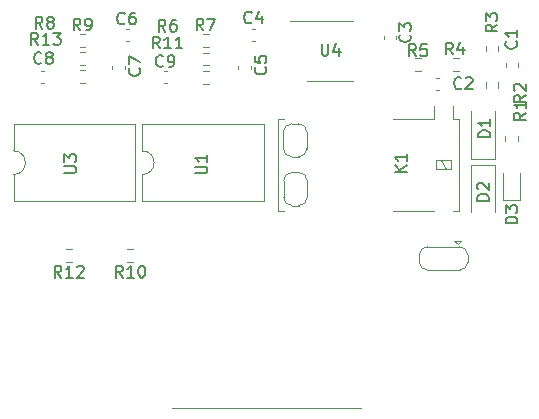
<source format=gbr>
%TF.GenerationSoftware,KiCad,Pcbnew,7.0.7*%
%TF.CreationDate,2023-12-05T14:15:23+03:00*%
%TF.ProjectId,InterceptRelay,496e7465-7263-4657-9074-52656c61792e,rev?*%
%TF.SameCoordinates,Original*%
%TF.FileFunction,Legend,Top*%
%TF.FilePolarity,Positive*%
%FSLAX46Y46*%
G04 Gerber Fmt 4.6, Leading zero omitted, Abs format (unit mm)*
G04 Created by KiCad (PCBNEW 7.0.7) date 2023-12-05 14:15:23*
%MOMM*%
%LPD*%
G01*
G04 APERTURE LIST*
%ADD10C,0.150000*%
%ADD11C,0.100000*%
%ADD12C,0.120000*%
G04 APERTURE END LIST*
D10*
X82891333Y-52524819D02*
X82558000Y-52048628D01*
X82319905Y-52524819D02*
X82319905Y-51524819D01*
X82319905Y-51524819D02*
X82700857Y-51524819D01*
X82700857Y-51524819D02*
X82796095Y-51572438D01*
X82796095Y-51572438D02*
X82843714Y-51620057D01*
X82843714Y-51620057D02*
X82891333Y-51715295D01*
X82891333Y-51715295D02*
X82891333Y-51858152D01*
X82891333Y-51858152D02*
X82843714Y-51953390D01*
X82843714Y-51953390D02*
X82796095Y-52001009D01*
X82796095Y-52001009D02*
X82700857Y-52048628D01*
X82700857Y-52048628D02*
X82319905Y-52048628D01*
X83462762Y-51953390D02*
X83367524Y-51905771D01*
X83367524Y-51905771D02*
X83319905Y-51858152D01*
X83319905Y-51858152D02*
X83272286Y-51762914D01*
X83272286Y-51762914D02*
X83272286Y-51715295D01*
X83272286Y-51715295D02*
X83319905Y-51620057D01*
X83319905Y-51620057D02*
X83367524Y-51572438D01*
X83367524Y-51572438D02*
X83462762Y-51524819D01*
X83462762Y-51524819D02*
X83653238Y-51524819D01*
X83653238Y-51524819D02*
X83748476Y-51572438D01*
X83748476Y-51572438D02*
X83796095Y-51620057D01*
X83796095Y-51620057D02*
X83843714Y-51715295D01*
X83843714Y-51715295D02*
X83843714Y-51762914D01*
X83843714Y-51762914D02*
X83796095Y-51858152D01*
X83796095Y-51858152D02*
X83748476Y-51905771D01*
X83748476Y-51905771D02*
X83653238Y-51953390D01*
X83653238Y-51953390D02*
X83462762Y-51953390D01*
X83462762Y-51953390D02*
X83367524Y-52001009D01*
X83367524Y-52001009D02*
X83319905Y-52048628D01*
X83319905Y-52048628D02*
X83272286Y-52143866D01*
X83272286Y-52143866D02*
X83272286Y-52334342D01*
X83272286Y-52334342D02*
X83319905Y-52429580D01*
X83319905Y-52429580D02*
X83367524Y-52477200D01*
X83367524Y-52477200D02*
X83462762Y-52524819D01*
X83462762Y-52524819D02*
X83653238Y-52524819D01*
X83653238Y-52524819D02*
X83748476Y-52477200D01*
X83748476Y-52477200D02*
X83796095Y-52429580D01*
X83796095Y-52429580D02*
X83843714Y-52334342D01*
X83843714Y-52334342D02*
X83843714Y-52143866D01*
X83843714Y-52143866D02*
X83796095Y-52048628D01*
X83796095Y-52048628D02*
X83748476Y-52001009D01*
X83748476Y-52001009D02*
X83653238Y-51953390D01*
X89679542Y-73614419D02*
X89346209Y-73138228D01*
X89108114Y-73614419D02*
X89108114Y-72614419D01*
X89108114Y-72614419D02*
X89489066Y-72614419D01*
X89489066Y-72614419D02*
X89584304Y-72662038D01*
X89584304Y-72662038D02*
X89631923Y-72709657D01*
X89631923Y-72709657D02*
X89679542Y-72804895D01*
X89679542Y-72804895D02*
X89679542Y-72947752D01*
X89679542Y-72947752D02*
X89631923Y-73042990D01*
X89631923Y-73042990D02*
X89584304Y-73090609D01*
X89584304Y-73090609D02*
X89489066Y-73138228D01*
X89489066Y-73138228D02*
X89108114Y-73138228D01*
X90631923Y-73614419D02*
X90060495Y-73614419D01*
X90346209Y-73614419D02*
X90346209Y-72614419D01*
X90346209Y-72614419D02*
X90250971Y-72757276D01*
X90250971Y-72757276D02*
X90155733Y-72852514D01*
X90155733Y-72852514D02*
X90060495Y-72900133D01*
X91250971Y-72614419D02*
X91346209Y-72614419D01*
X91346209Y-72614419D02*
X91441447Y-72662038D01*
X91441447Y-72662038D02*
X91489066Y-72709657D01*
X91489066Y-72709657D02*
X91536685Y-72804895D01*
X91536685Y-72804895D02*
X91584304Y-72995371D01*
X91584304Y-72995371D02*
X91584304Y-73233466D01*
X91584304Y-73233466D02*
X91536685Y-73423942D01*
X91536685Y-73423942D02*
X91489066Y-73519180D01*
X91489066Y-73519180D02*
X91441447Y-73566800D01*
X91441447Y-73566800D02*
X91346209Y-73614419D01*
X91346209Y-73614419D02*
X91250971Y-73614419D01*
X91250971Y-73614419D02*
X91155733Y-73566800D01*
X91155733Y-73566800D02*
X91108114Y-73519180D01*
X91108114Y-73519180D02*
X91060495Y-73423942D01*
X91060495Y-73423942D02*
X91012876Y-73233466D01*
X91012876Y-73233466D02*
X91012876Y-72995371D01*
X91012876Y-72995371D02*
X91060495Y-72804895D01*
X91060495Y-72804895D02*
X91108114Y-72709657D01*
X91108114Y-72709657D02*
X91155733Y-72662038D01*
X91155733Y-72662038D02*
X91250971Y-72614419D01*
X114518333Y-54861619D02*
X114185000Y-54385428D01*
X113946905Y-54861619D02*
X113946905Y-53861619D01*
X113946905Y-53861619D02*
X114327857Y-53861619D01*
X114327857Y-53861619D02*
X114423095Y-53909238D01*
X114423095Y-53909238D02*
X114470714Y-53956857D01*
X114470714Y-53956857D02*
X114518333Y-54052095D01*
X114518333Y-54052095D02*
X114518333Y-54194952D01*
X114518333Y-54194952D02*
X114470714Y-54290190D01*
X114470714Y-54290190D02*
X114423095Y-54337809D01*
X114423095Y-54337809D02*
X114327857Y-54385428D01*
X114327857Y-54385428D02*
X113946905Y-54385428D01*
X115423095Y-53861619D02*
X114946905Y-53861619D01*
X114946905Y-53861619D02*
X114899286Y-54337809D01*
X114899286Y-54337809D02*
X114946905Y-54290190D01*
X114946905Y-54290190D02*
X115042143Y-54242571D01*
X115042143Y-54242571D02*
X115280238Y-54242571D01*
X115280238Y-54242571D02*
X115375476Y-54290190D01*
X115375476Y-54290190D02*
X115423095Y-54337809D01*
X115423095Y-54337809D02*
X115470714Y-54433047D01*
X115470714Y-54433047D02*
X115470714Y-54671142D01*
X115470714Y-54671142D02*
X115423095Y-54766380D01*
X115423095Y-54766380D02*
X115375476Y-54814000D01*
X115375476Y-54814000D02*
X115280238Y-54861619D01*
X115280238Y-54861619D02*
X115042143Y-54861619D01*
X115042143Y-54861619D02*
X114946905Y-54814000D01*
X114946905Y-54814000D02*
X114899286Y-54766380D01*
X117643333Y-54716017D02*
X117310000Y-54239826D01*
X117071905Y-54716017D02*
X117071905Y-53716017D01*
X117071905Y-53716017D02*
X117452857Y-53716017D01*
X117452857Y-53716017D02*
X117548095Y-53763636D01*
X117548095Y-53763636D02*
X117595714Y-53811255D01*
X117595714Y-53811255D02*
X117643333Y-53906493D01*
X117643333Y-53906493D02*
X117643333Y-54049350D01*
X117643333Y-54049350D02*
X117595714Y-54144588D01*
X117595714Y-54144588D02*
X117548095Y-54192207D01*
X117548095Y-54192207D02*
X117452857Y-54239826D01*
X117452857Y-54239826D02*
X117071905Y-54239826D01*
X118500476Y-54049350D02*
X118500476Y-54716017D01*
X118262381Y-53668398D02*
X118024286Y-54382683D01*
X118024286Y-54382683D02*
X118643333Y-54382683D01*
X121409619Y-52185866D02*
X120933428Y-52519199D01*
X121409619Y-52757294D02*
X120409619Y-52757294D01*
X120409619Y-52757294D02*
X120409619Y-52376342D01*
X120409619Y-52376342D02*
X120457238Y-52281104D01*
X120457238Y-52281104D02*
X120504857Y-52233485D01*
X120504857Y-52233485D02*
X120600095Y-52185866D01*
X120600095Y-52185866D02*
X120742952Y-52185866D01*
X120742952Y-52185866D02*
X120838190Y-52233485D01*
X120838190Y-52233485D02*
X120885809Y-52281104D01*
X120885809Y-52281104D02*
X120933428Y-52376342D01*
X120933428Y-52376342D02*
X120933428Y-52757294D01*
X120409619Y-51852532D02*
X120409619Y-51233485D01*
X120409619Y-51233485D02*
X120790571Y-51566818D01*
X120790571Y-51566818D02*
X120790571Y-51423961D01*
X120790571Y-51423961D02*
X120838190Y-51328723D01*
X120838190Y-51328723D02*
X120885809Y-51281104D01*
X120885809Y-51281104D02*
X120981047Y-51233485D01*
X120981047Y-51233485D02*
X121219142Y-51233485D01*
X121219142Y-51233485D02*
X121314380Y-51281104D01*
X121314380Y-51281104D02*
X121362000Y-51328723D01*
X121362000Y-51328723D02*
X121409619Y-51423961D01*
X121409619Y-51423961D02*
X121409619Y-51709675D01*
X121409619Y-51709675D02*
X121362000Y-51804913D01*
X121362000Y-51804913D02*
X121314380Y-51852532D01*
X120689819Y-67099292D02*
X119689819Y-67099292D01*
X119689819Y-67099292D02*
X119689819Y-66861197D01*
X119689819Y-66861197D02*
X119737438Y-66718340D01*
X119737438Y-66718340D02*
X119832676Y-66623102D01*
X119832676Y-66623102D02*
X119927914Y-66575483D01*
X119927914Y-66575483D02*
X120118390Y-66527864D01*
X120118390Y-66527864D02*
X120261247Y-66527864D01*
X120261247Y-66527864D02*
X120451723Y-66575483D01*
X120451723Y-66575483D02*
X120546961Y-66623102D01*
X120546961Y-66623102D02*
X120642200Y-66718340D01*
X120642200Y-66718340D02*
X120689819Y-66861197D01*
X120689819Y-66861197D02*
X120689819Y-67099292D01*
X119785057Y-66146911D02*
X119737438Y-66099292D01*
X119737438Y-66099292D02*
X119689819Y-66004054D01*
X119689819Y-66004054D02*
X119689819Y-65765959D01*
X119689819Y-65765959D02*
X119737438Y-65670721D01*
X119737438Y-65670721D02*
X119785057Y-65623102D01*
X119785057Y-65623102D02*
X119880295Y-65575483D01*
X119880295Y-65575483D02*
X119975533Y-65575483D01*
X119975533Y-65575483D02*
X120118390Y-65623102D01*
X120118390Y-65623102D02*
X120689819Y-66194530D01*
X120689819Y-66194530D02*
X120689819Y-65575483D01*
X93305333Y-52778819D02*
X92972000Y-52302628D01*
X92733905Y-52778819D02*
X92733905Y-51778819D01*
X92733905Y-51778819D02*
X93114857Y-51778819D01*
X93114857Y-51778819D02*
X93210095Y-51826438D01*
X93210095Y-51826438D02*
X93257714Y-51874057D01*
X93257714Y-51874057D02*
X93305333Y-51969295D01*
X93305333Y-51969295D02*
X93305333Y-52112152D01*
X93305333Y-52112152D02*
X93257714Y-52207390D01*
X93257714Y-52207390D02*
X93210095Y-52255009D01*
X93210095Y-52255009D02*
X93114857Y-52302628D01*
X93114857Y-52302628D02*
X92733905Y-52302628D01*
X94162476Y-51778819D02*
X93972000Y-51778819D01*
X93972000Y-51778819D02*
X93876762Y-51826438D01*
X93876762Y-51826438D02*
X93829143Y-51874057D01*
X93829143Y-51874057D02*
X93733905Y-52016914D01*
X93733905Y-52016914D02*
X93686286Y-52207390D01*
X93686286Y-52207390D02*
X93686286Y-52588342D01*
X93686286Y-52588342D02*
X93733905Y-52683580D01*
X93733905Y-52683580D02*
X93781524Y-52731200D01*
X93781524Y-52731200D02*
X93876762Y-52778819D01*
X93876762Y-52778819D02*
X94067238Y-52778819D01*
X94067238Y-52778819D02*
X94162476Y-52731200D01*
X94162476Y-52731200D02*
X94210095Y-52683580D01*
X94210095Y-52683580D02*
X94257714Y-52588342D01*
X94257714Y-52588342D02*
X94257714Y-52350247D01*
X94257714Y-52350247D02*
X94210095Y-52255009D01*
X94210095Y-52255009D02*
X94162476Y-52207390D01*
X94162476Y-52207390D02*
X94067238Y-52159771D01*
X94067238Y-52159771D02*
X93876762Y-52159771D01*
X93876762Y-52159771D02*
X93781524Y-52207390D01*
X93781524Y-52207390D02*
X93733905Y-52255009D01*
X93733905Y-52255009D02*
X93686286Y-52350247D01*
X100593333Y-51999778D02*
X100545714Y-52047398D01*
X100545714Y-52047398D02*
X100402857Y-52095017D01*
X100402857Y-52095017D02*
X100307619Y-52095017D01*
X100307619Y-52095017D02*
X100164762Y-52047398D01*
X100164762Y-52047398D02*
X100069524Y-51952159D01*
X100069524Y-51952159D02*
X100021905Y-51856921D01*
X100021905Y-51856921D02*
X99974286Y-51666445D01*
X99974286Y-51666445D02*
X99974286Y-51523588D01*
X99974286Y-51523588D02*
X100021905Y-51333112D01*
X100021905Y-51333112D02*
X100069524Y-51237874D01*
X100069524Y-51237874D02*
X100164762Y-51142636D01*
X100164762Y-51142636D02*
X100307619Y-51095017D01*
X100307619Y-51095017D02*
X100402857Y-51095017D01*
X100402857Y-51095017D02*
X100545714Y-51142636D01*
X100545714Y-51142636D02*
X100593333Y-51190255D01*
X101450476Y-51428350D02*
X101450476Y-52095017D01*
X101212381Y-51047398D02*
X100974286Y-51761683D01*
X100974286Y-51761683D02*
X101593333Y-51761683D01*
X101756380Y-55792666D02*
X101804000Y-55840285D01*
X101804000Y-55840285D02*
X101851619Y-55983142D01*
X101851619Y-55983142D02*
X101851619Y-56078380D01*
X101851619Y-56078380D02*
X101804000Y-56221237D01*
X101804000Y-56221237D02*
X101708761Y-56316475D01*
X101708761Y-56316475D02*
X101613523Y-56364094D01*
X101613523Y-56364094D02*
X101423047Y-56411713D01*
X101423047Y-56411713D02*
X101280190Y-56411713D01*
X101280190Y-56411713D02*
X101089714Y-56364094D01*
X101089714Y-56364094D02*
X100994476Y-56316475D01*
X100994476Y-56316475D02*
X100899238Y-56221237D01*
X100899238Y-56221237D02*
X100851619Y-56078380D01*
X100851619Y-56078380D02*
X100851619Y-55983142D01*
X100851619Y-55983142D02*
X100899238Y-55840285D01*
X100899238Y-55840285D02*
X100946857Y-55792666D01*
X100851619Y-54887904D02*
X100851619Y-55364094D01*
X100851619Y-55364094D02*
X101327809Y-55411713D01*
X101327809Y-55411713D02*
X101280190Y-55364094D01*
X101280190Y-55364094D02*
X101232571Y-55268856D01*
X101232571Y-55268856D02*
X101232571Y-55030761D01*
X101232571Y-55030761D02*
X101280190Y-54935523D01*
X101280190Y-54935523D02*
X101327809Y-54887904D01*
X101327809Y-54887904D02*
X101423047Y-54840285D01*
X101423047Y-54840285D02*
X101661142Y-54840285D01*
X101661142Y-54840285D02*
X101756380Y-54887904D01*
X101756380Y-54887904D02*
X101804000Y-54935523D01*
X101804000Y-54935523D02*
X101851619Y-55030761D01*
X101851619Y-55030761D02*
X101851619Y-55268856D01*
X101851619Y-55268856D02*
X101804000Y-55364094D01*
X101804000Y-55364094D02*
X101756380Y-55411713D01*
X113999180Y-53049466D02*
X114046800Y-53097085D01*
X114046800Y-53097085D02*
X114094419Y-53239942D01*
X114094419Y-53239942D02*
X114094419Y-53335180D01*
X114094419Y-53335180D02*
X114046800Y-53478037D01*
X114046800Y-53478037D02*
X113951561Y-53573275D01*
X113951561Y-53573275D02*
X113856323Y-53620894D01*
X113856323Y-53620894D02*
X113665847Y-53668513D01*
X113665847Y-53668513D02*
X113522990Y-53668513D01*
X113522990Y-53668513D02*
X113332514Y-53620894D01*
X113332514Y-53620894D02*
X113237276Y-53573275D01*
X113237276Y-53573275D02*
X113142038Y-53478037D01*
X113142038Y-53478037D02*
X113094419Y-53335180D01*
X113094419Y-53335180D02*
X113094419Y-53239942D01*
X113094419Y-53239942D02*
X113142038Y-53097085D01*
X113142038Y-53097085D02*
X113189657Y-53049466D01*
X113094419Y-52716132D02*
X113094419Y-52097085D01*
X113094419Y-52097085D02*
X113475371Y-52430418D01*
X113475371Y-52430418D02*
X113475371Y-52287561D01*
X113475371Y-52287561D02*
X113522990Y-52192323D01*
X113522990Y-52192323D02*
X113570609Y-52144704D01*
X113570609Y-52144704D02*
X113665847Y-52097085D01*
X113665847Y-52097085D02*
X113903942Y-52097085D01*
X113903942Y-52097085D02*
X113999180Y-52144704D01*
X113999180Y-52144704D02*
X114046800Y-52192323D01*
X114046800Y-52192323D02*
X114094419Y-52287561D01*
X114094419Y-52287561D02*
X114094419Y-52573275D01*
X114094419Y-52573275D02*
X114046800Y-52668513D01*
X114046800Y-52668513D02*
X113999180Y-52716132D01*
X118349733Y-57560380D02*
X118302114Y-57608000D01*
X118302114Y-57608000D02*
X118159257Y-57655619D01*
X118159257Y-57655619D02*
X118064019Y-57655619D01*
X118064019Y-57655619D02*
X117921162Y-57608000D01*
X117921162Y-57608000D02*
X117825924Y-57512761D01*
X117825924Y-57512761D02*
X117778305Y-57417523D01*
X117778305Y-57417523D02*
X117730686Y-57227047D01*
X117730686Y-57227047D02*
X117730686Y-57084190D01*
X117730686Y-57084190D02*
X117778305Y-56893714D01*
X117778305Y-56893714D02*
X117825924Y-56798476D01*
X117825924Y-56798476D02*
X117921162Y-56703238D01*
X117921162Y-56703238D02*
X118064019Y-56655619D01*
X118064019Y-56655619D02*
X118159257Y-56655619D01*
X118159257Y-56655619D02*
X118302114Y-56703238D01*
X118302114Y-56703238D02*
X118349733Y-56750857D01*
X118730686Y-56750857D02*
X118778305Y-56703238D01*
X118778305Y-56703238D02*
X118873543Y-56655619D01*
X118873543Y-56655619D02*
X119111638Y-56655619D01*
X119111638Y-56655619D02*
X119206876Y-56703238D01*
X119206876Y-56703238D02*
X119254495Y-56750857D01*
X119254495Y-56750857D02*
X119302114Y-56846095D01*
X119302114Y-56846095D02*
X119302114Y-56941333D01*
X119302114Y-56941333D02*
X119254495Y-57084190D01*
X119254495Y-57084190D02*
X118683067Y-57655619D01*
X118683067Y-57655619D02*
X119302114Y-57655619D01*
X82789733Y-55426780D02*
X82742114Y-55474400D01*
X82742114Y-55474400D02*
X82599257Y-55522019D01*
X82599257Y-55522019D02*
X82504019Y-55522019D01*
X82504019Y-55522019D02*
X82361162Y-55474400D01*
X82361162Y-55474400D02*
X82265924Y-55379161D01*
X82265924Y-55379161D02*
X82218305Y-55283923D01*
X82218305Y-55283923D02*
X82170686Y-55093447D01*
X82170686Y-55093447D02*
X82170686Y-54950590D01*
X82170686Y-54950590D02*
X82218305Y-54760114D01*
X82218305Y-54760114D02*
X82265924Y-54664876D01*
X82265924Y-54664876D02*
X82361162Y-54569638D01*
X82361162Y-54569638D02*
X82504019Y-54522019D01*
X82504019Y-54522019D02*
X82599257Y-54522019D01*
X82599257Y-54522019D02*
X82742114Y-54569638D01*
X82742114Y-54569638D02*
X82789733Y-54617257D01*
X83361162Y-54950590D02*
X83265924Y-54902971D01*
X83265924Y-54902971D02*
X83218305Y-54855352D01*
X83218305Y-54855352D02*
X83170686Y-54760114D01*
X83170686Y-54760114D02*
X83170686Y-54712495D01*
X83170686Y-54712495D02*
X83218305Y-54617257D01*
X83218305Y-54617257D02*
X83265924Y-54569638D01*
X83265924Y-54569638D02*
X83361162Y-54522019D01*
X83361162Y-54522019D02*
X83551638Y-54522019D01*
X83551638Y-54522019D02*
X83646876Y-54569638D01*
X83646876Y-54569638D02*
X83694495Y-54617257D01*
X83694495Y-54617257D02*
X83742114Y-54712495D01*
X83742114Y-54712495D02*
X83742114Y-54760114D01*
X83742114Y-54760114D02*
X83694495Y-54855352D01*
X83694495Y-54855352D02*
X83646876Y-54902971D01*
X83646876Y-54902971D02*
X83551638Y-54950590D01*
X83551638Y-54950590D02*
X83361162Y-54950590D01*
X83361162Y-54950590D02*
X83265924Y-54998209D01*
X83265924Y-54998209D02*
X83218305Y-55045828D01*
X83218305Y-55045828D02*
X83170686Y-55141066D01*
X83170686Y-55141066D02*
X83170686Y-55331542D01*
X83170686Y-55331542D02*
X83218305Y-55426780D01*
X83218305Y-55426780D02*
X83265924Y-55474400D01*
X83265924Y-55474400D02*
X83361162Y-55522019D01*
X83361162Y-55522019D02*
X83551638Y-55522019D01*
X83551638Y-55522019D02*
X83646876Y-55474400D01*
X83646876Y-55474400D02*
X83694495Y-55426780D01*
X83694495Y-55426780D02*
X83742114Y-55331542D01*
X83742114Y-55331542D02*
X83742114Y-55141066D01*
X83742114Y-55141066D02*
X83694495Y-55045828D01*
X83694495Y-55045828D02*
X83646876Y-54998209D01*
X83646876Y-54998209D02*
X83551638Y-54950590D01*
X123804419Y-59657866D02*
X123328228Y-59991199D01*
X123804419Y-60229294D02*
X122804419Y-60229294D01*
X122804419Y-60229294D02*
X122804419Y-59848342D01*
X122804419Y-59848342D02*
X122852038Y-59753104D01*
X122852038Y-59753104D02*
X122899657Y-59705485D01*
X122899657Y-59705485D02*
X122994895Y-59657866D01*
X122994895Y-59657866D02*
X123137752Y-59657866D01*
X123137752Y-59657866D02*
X123232990Y-59705485D01*
X123232990Y-59705485D02*
X123280609Y-59753104D01*
X123280609Y-59753104D02*
X123328228Y-59848342D01*
X123328228Y-59848342D02*
X123328228Y-60229294D01*
X123804419Y-58705485D02*
X123804419Y-59276913D01*
X123804419Y-58991199D02*
X122804419Y-58991199D01*
X122804419Y-58991199D02*
X122947276Y-59086437D01*
X122947276Y-59086437D02*
X123042514Y-59181675D01*
X123042514Y-59181675D02*
X123090133Y-59276913D01*
X93102133Y-55680780D02*
X93054514Y-55728400D01*
X93054514Y-55728400D02*
X92911657Y-55776019D01*
X92911657Y-55776019D02*
X92816419Y-55776019D01*
X92816419Y-55776019D02*
X92673562Y-55728400D01*
X92673562Y-55728400D02*
X92578324Y-55633161D01*
X92578324Y-55633161D02*
X92530705Y-55537923D01*
X92530705Y-55537923D02*
X92483086Y-55347447D01*
X92483086Y-55347447D02*
X92483086Y-55204590D01*
X92483086Y-55204590D02*
X92530705Y-55014114D01*
X92530705Y-55014114D02*
X92578324Y-54918876D01*
X92578324Y-54918876D02*
X92673562Y-54823638D01*
X92673562Y-54823638D02*
X92816419Y-54776019D01*
X92816419Y-54776019D02*
X92911657Y-54776019D01*
X92911657Y-54776019D02*
X93054514Y-54823638D01*
X93054514Y-54823638D02*
X93102133Y-54871257D01*
X93578324Y-55776019D02*
X93768800Y-55776019D01*
X93768800Y-55776019D02*
X93864038Y-55728400D01*
X93864038Y-55728400D02*
X93911657Y-55680780D01*
X93911657Y-55680780D02*
X94006895Y-55537923D01*
X94006895Y-55537923D02*
X94054514Y-55347447D01*
X94054514Y-55347447D02*
X94054514Y-54966495D01*
X94054514Y-54966495D02*
X94006895Y-54871257D01*
X94006895Y-54871257D02*
X93959276Y-54823638D01*
X93959276Y-54823638D02*
X93864038Y-54776019D01*
X93864038Y-54776019D02*
X93673562Y-54776019D01*
X93673562Y-54776019D02*
X93578324Y-54823638D01*
X93578324Y-54823638D02*
X93530705Y-54871257D01*
X93530705Y-54871257D02*
X93483086Y-54966495D01*
X93483086Y-54966495D02*
X93483086Y-55204590D01*
X93483086Y-55204590D02*
X93530705Y-55299828D01*
X93530705Y-55299828D02*
X93578324Y-55347447D01*
X93578324Y-55347447D02*
X93673562Y-55395066D01*
X93673562Y-55395066D02*
X93864038Y-55395066D01*
X93864038Y-55395066D02*
X93959276Y-55347447D01*
X93959276Y-55347447D02*
X94006895Y-55299828D01*
X94006895Y-55299828D02*
X94054514Y-55204590D01*
X84754819Y-64758102D02*
X85564342Y-64758102D01*
X85564342Y-64758102D02*
X85659580Y-64710483D01*
X85659580Y-64710483D02*
X85707200Y-64662864D01*
X85707200Y-64662864D02*
X85754819Y-64567626D01*
X85754819Y-64567626D02*
X85754819Y-64377150D01*
X85754819Y-64377150D02*
X85707200Y-64281912D01*
X85707200Y-64281912D02*
X85659580Y-64234293D01*
X85659580Y-64234293D02*
X85564342Y-64186674D01*
X85564342Y-64186674D02*
X84754819Y-64186674D01*
X84754819Y-63805721D02*
X84754819Y-63186674D01*
X84754819Y-63186674D02*
X85135771Y-63520007D01*
X85135771Y-63520007D02*
X85135771Y-63377150D01*
X85135771Y-63377150D02*
X85183390Y-63281912D01*
X85183390Y-63281912D02*
X85231009Y-63234293D01*
X85231009Y-63234293D02*
X85326247Y-63186674D01*
X85326247Y-63186674D02*
X85564342Y-63186674D01*
X85564342Y-63186674D02*
X85659580Y-63234293D01*
X85659580Y-63234293D02*
X85707200Y-63281912D01*
X85707200Y-63281912D02*
X85754819Y-63377150D01*
X85754819Y-63377150D02*
X85754819Y-63662864D01*
X85754819Y-63662864D02*
X85707200Y-63758102D01*
X85707200Y-63758102D02*
X85659580Y-63805721D01*
X92829142Y-54201219D02*
X92495809Y-53725028D01*
X92257714Y-54201219D02*
X92257714Y-53201219D01*
X92257714Y-53201219D02*
X92638666Y-53201219D01*
X92638666Y-53201219D02*
X92733904Y-53248838D01*
X92733904Y-53248838D02*
X92781523Y-53296457D01*
X92781523Y-53296457D02*
X92829142Y-53391695D01*
X92829142Y-53391695D02*
X92829142Y-53534552D01*
X92829142Y-53534552D02*
X92781523Y-53629790D01*
X92781523Y-53629790D02*
X92733904Y-53677409D01*
X92733904Y-53677409D02*
X92638666Y-53725028D01*
X92638666Y-53725028D02*
X92257714Y-53725028D01*
X93781523Y-54201219D02*
X93210095Y-54201219D01*
X93495809Y-54201219D02*
X93495809Y-53201219D01*
X93495809Y-53201219D02*
X93400571Y-53344076D01*
X93400571Y-53344076D02*
X93305333Y-53439314D01*
X93305333Y-53439314D02*
X93210095Y-53486933D01*
X94733904Y-54201219D02*
X94162476Y-54201219D01*
X94448190Y-54201219D02*
X94448190Y-53201219D01*
X94448190Y-53201219D02*
X94352952Y-53344076D01*
X94352952Y-53344076D02*
X94257714Y-53439314D01*
X94257714Y-53439314D02*
X94162476Y-53486933D01*
X106527695Y-53810819D02*
X106527695Y-54620342D01*
X106527695Y-54620342D02*
X106575314Y-54715580D01*
X106575314Y-54715580D02*
X106622933Y-54763200D01*
X106622933Y-54763200D02*
X106718171Y-54810819D01*
X106718171Y-54810819D02*
X106908647Y-54810819D01*
X106908647Y-54810819D02*
X107003885Y-54763200D01*
X107003885Y-54763200D02*
X107051504Y-54715580D01*
X107051504Y-54715580D02*
X107099123Y-54620342D01*
X107099123Y-54620342D02*
X107099123Y-53810819D01*
X108003885Y-54144152D02*
X108003885Y-54810819D01*
X107765790Y-53763200D02*
X107527695Y-54477485D01*
X107527695Y-54477485D02*
X108146742Y-54477485D01*
X123111419Y-69013294D02*
X122111419Y-69013294D01*
X122111419Y-69013294D02*
X122111419Y-68775199D01*
X122111419Y-68775199D02*
X122159038Y-68632342D01*
X122159038Y-68632342D02*
X122254276Y-68537104D01*
X122254276Y-68537104D02*
X122349514Y-68489485D01*
X122349514Y-68489485D02*
X122539990Y-68441866D01*
X122539990Y-68441866D02*
X122682847Y-68441866D01*
X122682847Y-68441866D02*
X122873323Y-68489485D01*
X122873323Y-68489485D02*
X122968561Y-68537104D01*
X122968561Y-68537104D02*
X123063800Y-68632342D01*
X123063800Y-68632342D02*
X123111419Y-68775199D01*
X123111419Y-68775199D02*
X123111419Y-69013294D01*
X122111419Y-68108532D02*
X122111419Y-67489485D01*
X122111419Y-67489485D02*
X122492371Y-67822818D01*
X122492371Y-67822818D02*
X122492371Y-67679961D01*
X122492371Y-67679961D02*
X122539990Y-67584723D01*
X122539990Y-67584723D02*
X122587609Y-67537104D01*
X122587609Y-67537104D02*
X122682847Y-67489485D01*
X122682847Y-67489485D02*
X122920942Y-67489485D01*
X122920942Y-67489485D02*
X123016180Y-67537104D01*
X123016180Y-67537104D02*
X123063800Y-67584723D01*
X123063800Y-67584723D02*
X123111419Y-67679961D01*
X123111419Y-67679961D02*
X123111419Y-67965675D01*
X123111419Y-67965675D02*
X123063800Y-68060913D01*
X123063800Y-68060913D02*
X123016180Y-68108532D01*
X120804419Y-61729294D02*
X119804419Y-61729294D01*
X119804419Y-61729294D02*
X119804419Y-61491199D01*
X119804419Y-61491199D02*
X119852038Y-61348342D01*
X119852038Y-61348342D02*
X119947276Y-61253104D01*
X119947276Y-61253104D02*
X120042514Y-61205485D01*
X120042514Y-61205485D02*
X120232990Y-61157866D01*
X120232990Y-61157866D02*
X120375847Y-61157866D01*
X120375847Y-61157866D02*
X120566323Y-61205485D01*
X120566323Y-61205485D02*
X120661561Y-61253104D01*
X120661561Y-61253104D02*
X120756800Y-61348342D01*
X120756800Y-61348342D02*
X120804419Y-61491199D01*
X120804419Y-61491199D02*
X120804419Y-61729294D01*
X120804419Y-60205485D02*
X120804419Y-60776913D01*
X120804419Y-60491199D02*
X119804419Y-60491199D01*
X119804419Y-60491199D02*
X119947276Y-60586437D01*
X119947276Y-60586437D02*
X120042514Y-60681675D01*
X120042514Y-60681675D02*
X120090133Y-60776913D01*
X122990780Y-53608266D02*
X123038400Y-53655885D01*
X123038400Y-53655885D02*
X123086019Y-53798742D01*
X123086019Y-53798742D02*
X123086019Y-53893980D01*
X123086019Y-53893980D02*
X123038400Y-54036837D01*
X123038400Y-54036837D02*
X122943161Y-54132075D01*
X122943161Y-54132075D02*
X122847923Y-54179694D01*
X122847923Y-54179694D02*
X122657447Y-54227313D01*
X122657447Y-54227313D02*
X122514590Y-54227313D01*
X122514590Y-54227313D02*
X122324114Y-54179694D01*
X122324114Y-54179694D02*
X122228876Y-54132075D01*
X122228876Y-54132075D02*
X122133638Y-54036837D01*
X122133638Y-54036837D02*
X122086019Y-53893980D01*
X122086019Y-53893980D02*
X122086019Y-53798742D01*
X122086019Y-53798742D02*
X122133638Y-53655885D01*
X122133638Y-53655885D02*
X122181257Y-53608266D01*
X123086019Y-52655885D02*
X123086019Y-53227313D01*
X123086019Y-52941599D02*
X122086019Y-52941599D01*
X122086019Y-52941599D02*
X122228876Y-53036837D01*
X122228876Y-53036837D02*
X122324114Y-53132075D01*
X122324114Y-53132075D02*
X122371733Y-53227313D01*
X84497942Y-73606819D02*
X84164609Y-73130628D01*
X83926514Y-73606819D02*
X83926514Y-72606819D01*
X83926514Y-72606819D02*
X84307466Y-72606819D01*
X84307466Y-72606819D02*
X84402704Y-72654438D01*
X84402704Y-72654438D02*
X84450323Y-72702057D01*
X84450323Y-72702057D02*
X84497942Y-72797295D01*
X84497942Y-72797295D02*
X84497942Y-72940152D01*
X84497942Y-72940152D02*
X84450323Y-73035390D01*
X84450323Y-73035390D02*
X84402704Y-73083009D01*
X84402704Y-73083009D02*
X84307466Y-73130628D01*
X84307466Y-73130628D02*
X83926514Y-73130628D01*
X85450323Y-73606819D02*
X84878895Y-73606819D01*
X85164609Y-73606819D02*
X85164609Y-72606819D01*
X85164609Y-72606819D02*
X85069371Y-72749676D01*
X85069371Y-72749676D02*
X84974133Y-72844914D01*
X84974133Y-72844914D02*
X84878895Y-72892533D01*
X85831276Y-72702057D02*
X85878895Y-72654438D01*
X85878895Y-72654438D02*
X85974133Y-72606819D01*
X85974133Y-72606819D02*
X86212228Y-72606819D01*
X86212228Y-72606819D02*
X86307466Y-72654438D01*
X86307466Y-72654438D02*
X86355085Y-72702057D01*
X86355085Y-72702057D02*
X86402704Y-72797295D01*
X86402704Y-72797295D02*
X86402704Y-72892533D01*
X86402704Y-72892533D02*
X86355085Y-73035390D01*
X86355085Y-73035390D02*
X85783657Y-73606819D01*
X85783657Y-73606819D02*
X86402704Y-73606819D01*
X86091733Y-52677219D02*
X85758400Y-52201028D01*
X85520305Y-52677219D02*
X85520305Y-51677219D01*
X85520305Y-51677219D02*
X85901257Y-51677219D01*
X85901257Y-51677219D02*
X85996495Y-51724838D01*
X85996495Y-51724838D02*
X86044114Y-51772457D01*
X86044114Y-51772457D02*
X86091733Y-51867695D01*
X86091733Y-51867695D02*
X86091733Y-52010552D01*
X86091733Y-52010552D02*
X86044114Y-52105790D01*
X86044114Y-52105790D02*
X85996495Y-52153409D01*
X85996495Y-52153409D02*
X85901257Y-52201028D01*
X85901257Y-52201028D02*
X85520305Y-52201028D01*
X86567924Y-52677219D02*
X86758400Y-52677219D01*
X86758400Y-52677219D02*
X86853638Y-52629600D01*
X86853638Y-52629600D02*
X86901257Y-52581980D01*
X86901257Y-52581980D02*
X86996495Y-52439123D01*
X86996495Y-52439123D02*
X87044114Y-52248647D01*
X87044114Y-52248647D02*
X87044114Y-51867695D01*
X87044114Y-51867695D02*
X86996495Y-51772457D01*
X86996495Y-51772457D02*
X86948876Y-51724838D01*
X86948876Y-51724838D02*
X86853638Y-51677219D01*
X86853638Y-51677219D02*
X86663162Y-51677219D01*
X86663162Y-51677219D02*
X86567924Y-51724838D01*
X86567924Y-51724838D02*
X86520305Y-51772457D01*
X86520305Y-51772457D02*
X86472686Y-51867695D01*
X86472686Y-51867695D02*
X86472686Y-52105790D01*
X86472686Y-52105790D02*
X86520305Y-52201028D01*
X86520305Y-52201028D02*
X86567924Y-52248647D01*
X86567924Y-52248647D02*
X86663162Y-52296266D01*
X86663162Y-52296266D02*
X86853638Y-52296266D01*
X86853638Y-52296266D02*
X86948876Y-52248647D01*
X86948876Y-52248647D02*
X86996495Y-52201028D01*
X86996495Y-52201028D02*
X87044114Y-52105790D01*
X113714819Y-64674292D02*
X112714819Y-64674292D01*
X113714819Y-64102864D02*
X113143390Y-64531435D01*
X112714819Y-64102864D02*
X113286247Y-64674292D01*
X113714819Y-63150483D02*
X113714819Y-63721911D01*
X113714819Y-63436197D02*
X112714819Y-63436197D01*
X112714819Y-63436197D02*
X112857676Y-63531435D01*
X112857676Y-63531435D02*
X112952914Y-63626673D01*
X112952914Y-63626673D02*
X113000533Y-63721911D01*
X95839819Y-64798102D02*
X96649342Y-64798102D01*
X96649342Y-64798102D02*
X96744580Y-64750483D01*
X96744580Y-64750483D02*
X96792200Y-64702864D01*
X96792200Y-64702864D02*
X96839819Y-64607626D01*
X96839819Y-64607626D02*
X96839819Y-64417150D01*
X96839819Y-64417150D02*
X96792200Y-64321912D01*
X96792200Y-64321912D02*
X96744580Y-64274293D01*
X96744580Y-64274293D02*
X96649342Y-64226674D01*
X96649342Y-64226674D02*
X95839819Y-64226674D01*
X96839819Y-63226674D02*
X96839819Y-63798102D01*
X96839819Y-63512388D02*
X95839819Y-63512388D01*
X95839819Y-63512388D02*
X95982676Y-63607626D01*
X95982676Y-63607626D02*
X96077914Y-63702864D01*
X96077914Y-63702864D02*
X96125533Y-63798102D01*
X89850933Y-52073980D02*
X89803314Y-52121600D01*
X89803314Y-52121600D02*
X89660457Y-52169219D01*
X89660457Y-52169219D02*
X89565219Y-52169219D01*
X89565219Y-52169219D02*
X89422362Y-52121600D01*
X89422362Y-52121600D02*
X89327124Y-52026361D01*
X89327124Y-52026361D02*
X89279505Y-51931123D01*
X89279505Y-51931123D02*
X89231886Y-51740647D01*
X89231886Y-51740647D02*
X89231886Y-51597790D01*
X89231886Y-51597790D02*
X89279505Y-51407314D01*
X89279505Y-51407314D02*
X89327124Y-51312076D01*
X89327124Y-51312076D02*
X89422362Y-51216838D01*
X89422362Y-51216838D02*
X89565219Y-51169219D01*
X89565219Y-51169219D02*
X89660457Y-51169219D01*
X89660457Y-51169219D02*
X89803314Y-51216838D01*
X89803314Y-51216838D02*
X89850933Y-51264457D01*
X90708076Y-51169219D02*
X90517600Y-51169219D01*
X90517600Y-51169219D02*
X90422362Y-51216838D01*
X90422362Y-51216838D02*
X90374743Y-51264457D01*
X90374743Y-51264457D02*
X90279505Y-51407314D01*
X90279505Y-51407314D02*
X90231886Y-51597790D01*
X90231886Y-51597790D02*
X90231886Y-51978742D01*
X90231886Y-51978742D02*
X90279505Y-52073980D01*
X90279505Y-52073980D02*
X90327124Y-52121600D01*
X90327124Y-52121600D02*
X90422362Y-52169219D01*
X90422362Y-52169219D02*
X90612838Y-52169219D01*
X90612838Y-52169219D02*
X90708076Y-52121600D01*
X90708076Y-52121600D02*
X90755695Y-52073980D01*
X90755695Y-52073980D02*
X90803314Y-51978742D01*
X90803314Y-51978742D02*
X90803314Y-51740647D01*
X90803314Y-51740647D02*
X90755695Y-51645409D01*
X90755695Y-51645409D02*
X90708076Y-51597790D01*
X90708076Y-51597790D02*
X90612838Y-51550171D01*
X90612838Y-51550171D02*
X90422362Y-51550171D01*
X90422362Y-51550171D02*
X90327124Y-51597790D01*
X90327124Y-51597790D02*
X90279505Y-51645409D01*
X90279505Y-51645409D02*
X90231886Y-51740647D01*
X123804419Y-58157866D02*
X123328228Y-58491199D01*
X123804419Y-58729294D02*
X122804419Y-58729294D01*
X122804419Y-58729294D02*
X122804419Y-58348342D01*
X122804419Y-58348342D02*
X122852038Y-58253104D01*
X122852038Y-58253104D02*
X122899657Y-58205485D01*
X122899657Y-58205485D02*
X122994895Y-58157866D01*
X122994895Y-58157866D02*
X123137752Y-58157866D01*
X123137752Y-58157866D02*
X123232990Y-58205485D01*
X123232990Y-58205485D02*
X123280609Y-58253104D01*
X123280609Y-58253104D02*
X123328228Y-58348342D01*
X123328228Y-58348342D02*
X123328228Y-58729294D01*
X122899657Y-57776913D02*
X122852038Y-57729294D01*
X122852038Y-57729294D02*
X122804419Y-57634056D01*
X122804419Y-57634056D02*
X122804419Y-57395961D01*
X122804419Y-57395961D02*
X122852038Y-57300723D01*
X122852038Y-57300723D02*
X122899657Y-57253104D01*
X122899657Y-57253104D02*
X122994895Y-57205485D01*
X122994895Y-57205485D02*
X123090133Y-57205485D01*
X123090133Y-57205485D02*
X123232990Y-57253104D01*
X123232990Y-57253104D02*
X123804419Y-57824532D01*
X123804419Y-57824532D02*
X123804419Y-57205485D01*
X96505733Y-52677219D02*
X96172400Y-52201028D01*
X95934305Y-52677219D02*
X95934305Y-51677219D01*
X95934305Y-51677219D02*
X96315257Y-51677219D01*
X96315257Y-51677219D02*
X96410495Y-51724838D01*
X96410495Y-51724838D02*
X96458114Y-51772457D01*
X96458114Y-51772457D02*
X96505733Y-51867695D01*
X96505733Y-51867695D02*
X96505733Y-52010552D01*
X96505733Y-52010552D02*
X96458114Y-52105790D01*
X96458114Y-52105790D02*
X96410495Y-52153409D01*
X96410495Y-52153409D02*
X96315257Y-52201028D01*
X96315257Y-52201028D02*
X95934305Y-52201028D01*
X96839067Y-51677219D02*
X97505733Y-51677219D01*
X97505733Y-51677219D02*
X97077162Y-52677219D01*
X82516742Y-53896419D02*
X82183409Y-53420228D01*
X81945314Y-53896419D02*
X81945314Y-52896419D01*
X81945314Y-52896419D02*
X82326266Y-52896419D01*
X82326266Y-52896419D02*
X82421504Y-52944038D01*
X82421504Y-52944038D02*
X82469123Y-52991657D01*
X82469123Y-52991657D02*
X82516742Y-53086895D01*
X82516742Y-53086895D02*
X82516742Y-53229752D01*
X82516742Y-53229752D02*
X82469123Y-53324990D01*
X82469123Y-53324990D02*
X82421504Y-53372609D01*
X82421504Y-53372609D02*
X82326266Y-53420228D01*
X82326266Y-53420228D02*
X81945314Y-53420228D01*
X83469123Y-53896419D02*
X82897695Y-53896419D01*
X83183409Y-53896419D02*
X83183409Y-52896419D01*
X83183409Y-52896419D02*
X83088171Y-53039276D01*
X83088171Y-53039276D02*
X82992933Y-53134514D01*
X82992933Y-53134514D02*
X82897695Y-53182133D01*
X83802457Y-52896419D02*
X84421504Y-52896419D01*
X84421504Y-52896419D02*
X84088171Y-53277371D01*
X84088171Y-53277371D02*
X84231028Y-53277371D01*
X84231028Y-53277371D02*
X84326266Y-53324990D01*
X84326266Y-53324990D02*
X84373885Y-53372609D01*
X84373885Y-53372609D02*
X84421504Y-53467847D01*
X84421504Y-53467847D02*
X84421504Y-53705942D01*
X84421504Y-53705942D02*
X84373885Y-53801180D01*
X84373885Y-53801180D02*
X84326266Y-53848800D01*
X84326266Y-53848800D02*
X84231028Y-53896419D01*
X84231028Y-53896419D02*
X83945314Y-53896419D01*
X83945314Y-53896419D02*
X83850076Y-53848800D01*
X83850076Y-53848800D02*
X83802457Y-53801180D01*
X91088380Y-55894266D02*
X91136000Y-55941885D01*
X91136000Y-55941885D02*
X91183619Y-56084742D01*
X91183619Y-56084742D02*
X91183619Y-56179980D01*
X91183619Y-56179980D02*
X91136000Y-56322837D01*
X91136000Y-56322837D02*
X91040761Y-56418075D01*
X91040761Y-56418075D02*
X90945523Y-56465694D01*
X90945523Y-56465694D02*
X90755047Y-56513313D01*
X90755047Y-56513313D02*
X90612190Y-56513313D01*
X90612190Y-56513313D02*
X90421714Y-56465694D01*
X90421714Y-56465694D02*
X90326476Y-56418075D01*
X90326476Y-56418075D02*
X90231238Y-56322837D01*
X90231238Y-56322837D02*
X90183619Y-56179980D01*
X90183619Y-56179980D02*
X90183619Y-56084742D01*
X90183619Y-56084742D02*
X90231238Y-55941885D01*
X90231238Y-55941885D02*
X90278857Y-55894266D01*
X90183619Y-55560932D02*
X90183619Y-54894266D01*
X90183619Y-54894266D02*
X91183619Y-55322837D01*
D11*
%TO.C,J2*%
X109849600Y-84691200D02*
X93849600Y-84691200D01*
D12*
%TO.C,R8*%
X86519258Y-55594698D02*
X86044742Y-55594698D01*
X86519258Y-54549698D02*
X86044742Y-54549698D01*
%TO.C,R10*%
X90559658Y-72252100D02*
X90085142Y-72252100D01*
X90559658Y-71207100D02*
X90085142Y-71207100D01*
%TO.C,R5*%
X114922258Y-56108698D02*
X114447742Y-56108698D01*
X114922258Y-55063698D02*
X114447742Y-55063698D01*
%TO.C,R4*%
X118122258Y-56108698D02*
X117647742Y-56108698D01*
X118122258Y-55063698D02*
X117647742Y-55063698D01*
%TO.C,R3*%
X120433700Y-54463258D02*
X120433700Y-53988742D01*
X121478700Y-54463258D02*
X121478700Y-53988742D01*
%TO.C,D2*%
X121197500Y-64038698D02*
X119197500Y-64038698D01*
X121197500Y-64038698D02*
X121197500Y-68048698D01*
X119197500Y-64038698D02*
X119197500Y-68048698D01*
%TO.C,R6*%
X96996258Y-55627198D02*
X96521742Y-55627198D01*
X96996258Y-54582198D02*
X96521742Y-54582198D01*
%TO.C,C4*%
X100900580Y-53550198D02*
X100619420Y-53550198D01*
X100900580Y-52530198D02*
X100619420Y-52530198D01*
%TO.C,C5*%
X100508000Y-55693618D02*
X100508000Y-55974778D01*
X99488000Y-55693618D02*
X99488000Y-55974778D01*
%TO.C,C3*%
X112845000Y-53145618D02*
X112845000Y-53426778D01*
X111825000Y-53145618D02*
X111825000Y-53426778D01*
%TO.C,C2*%
X116194420Y-56676198D02*
X116475580Y-56676198D01*
X116194420Y-57696198D02*
X116475580Y-57696198D01*
%TO.C,C8*%
X83044580Y-57171198D02*
X82763420Y-57171198D01*
X83044580Y-56151198D02*
X82763420Y-56151198D01*
%TO.C,JP3*%
X104010000Y-64711198D02*
X104610000Y-64711198D01*
X105310000Y-65411198D02*
X105310000Y-66811198D01*
X103310000Y-66811198D02*
X103310000Y-65411198D01*
X104610000Y-67511198D02*
X104010000Y-67511198D01*
X105310000Y-65411198D02*
G75*
G03*
X104610000Y-64711198I-699999J1D01*
G01*
X104010000Y-64711198D02*
G75*
G03*
X103310000Y-65411198I-1J-699999D01*
G01*
X104610000Y-67511198D02*
G75*
G03*
X105310000Y-66811198I0J700000D01*
G01*
X103310000Y-66811198D02*
G75*
G03*
X104010000Y-67511198I700000J0D01*
G01*
%TO.C,R1*%
X122075000Y-62060956D02*
X122075000Y-61586440D01*
X123120000Y-62060956D02*
X123120000Y-61586440D01*
%TO.C,C9*%
X93450580Y-57171198D02*
X93169420Y-57171198D01*
X93450580Y-56151198D02*
X93169420Y-56151198D01*
%TO.C,U3*%
X80445000Y-67121198D02*
X90725000Y-67121198D01*
X90725000Y-67121198D02*
X90725000Y-60651198D01*
X80445000Y-64886198D02*
X80445000Y-67121198D01*
X80445000Y-60651198D02*
X80445000Y-62886198D01*
X90725000Y-60651198D02*
X80445000Y-60651198D01*
X80445000Y-64886198D02*
G75*
G03*
X80445000Y-62886198I0J1000000D01*
G01*
%TO.C,JP1*%
X118899600Y-71691200D02*
X118899600Y-72291200D01*
X118349600Y-70491200D02*
X117749600Y-70491200D01*
X118249600Y-72991200D02*
X115449600Y-72991200D01*
X118049600Y-70791200D02*
X118349600Y-70491200D01*
X118049600Y-70791200D02*
X117749600Y-70491200D01*
X115449600Y-70991200D02*
X118249600Y-70991200D01*
X114799600Y-72291200D02*
X114799600Y-71691200D01*
X118199600Y-72991200D02*
G75*
G03*
X118899600Y-72291200I1J699999D01*
G01*
X118899600Y-71691200D02*
G75*
G03*
X118199600Y-70991200I-699999J1D01*
G01*
X114799600Y-72291200D02*
G75*
G03*
X115499600Y-72991200I700000J0D01*
G01*
X115499600Y-70991200D02*
G75*
G03*
X114799600Y-71691200I0J-700000D01*
G01*
%TO.C,JP2*%
X103985000Y-60586198D02*
X104585000Y-60586198D01*
X105285000Y-61286198D02*
X105285000Y-62686198D01*
X103285000Y-62686198D02*
X103285000Y-61286198D01*
X104585000Y-63386198D02*
X103985000Y-63386198D01*
X105285000Y-61286198D02*
G75*
G03*
X104585000Y-60586198I-699999J1D01*
G01*
X103985000Y-60586198D02*
G75*
G03*
X103285000Y-61286198I-1J-699999D01*
G01*
X104585000Y-63386198D02*
G75*
G03*
X105285000Y-62686198I0J700000D01*
G01*
X103285000Y-62686198D02*
G75*
G03*
X103985000Y-63386198I700000J0D01*
G01*
%TO.C,R11*%
X96996258Y-57183698D02*
X96521742Y-57183698D01*
X96996258Y-56138698D02*
X96521742Y-56138698D01*
%TO.C,U4*%
X107260000Y-51851198D02*
X103810000Y-51851198D01*
X107260000Y-51851198D02*
X109210000Y-51851198D01*
X107260000Y-56971198D02*
X105310000Y-56971198D01*
X107260000Y-56971198D02*
X109210000Y-56971198D01*
%TO.C,D3*%
X121862500Y-67021198D02*
X123332500Y-67021198D01*
X123332500Y-67021198D02*
X123332500Y-64736198D01*
X121862500Y-64736198D02*
X121862500Y-67021198D01*
%TO.C,D1*%
X119197500Y-63558698D02*
X121197500Y-63558698D01*
X119197500Y-63558698D02*
X119197500Y-59548698D01*
X121197500Y-63558698D02*
X121197500Y-59548698D01*
%TO.C,C1*%
X122121200Y-55766580D02*
X122121200Y-55485420D01*
X123141200Y-55766580D02*
X123141200Y-55485420D01*
%TO.C,R12*%
X84903542Y-71207100D02*
X85378058Y-71207100D01*
X84903542Y-72252100D02*
X85378058Y-72252100D01*
%TO.C,R9*%
X86044742Y-53025698D02*
X86519258Y-53025698D01*
X86044742Y-54070698D02*
X86519258Y-54070698D01*
%TO.C,K1*%
X118130000Y-60201198D02*
X117670000Y-60201198D01*
X117670000Y-60201198D02*
X117670000Y-59081198D01*
X116010000Y-60201198D02*
X116010000Y-59081198D01*
X116010000Y-60201198D02*
X112590000Y-60201198D01*
X103310000Y-60201198D02*
X102850000Y-60201198D01*
X117440000Y-63681198D02*
X116240000Y-63681198D01*
X116640000Y-63681198D02*
X117040000Y-64381198D01*
X116240000Y-63681198D02*
X116240000Y-64381198D01*
X117440000Y-64381198D02*
X117440000Y-63681198D01*
X116240000Y-64381198D02*
X117440000Y-64381198D01*
X118130000Y-67981198D02*
X118130000Y-60201198D01*
X118130000Y-67981198D02*
X117670000Y-67981198D01*
X116010000Y-67981198D02*
X112590000Y-67981198D01*
X103310000Y-67981198D02*
X102850000Y-67981198D01*
X102850000Y-67981198D02*
X102850000Y-60201198D01*
%TO.C,U1*%
X91345000Y-67121198D02*
X101625000Y-67121198D01*
X101625000Y-67121198D02*
X101625000Y-60651198D01*
X91345000Y-64886198D02*
X91345000Y-67121198D01*
X91345000Y-60651198D02*
X91345000Y-62886198D01*
X101625000Y-60651198D02*
X91345000Y-60651198D01*
X91345000Y-64886198D02*
G75*
G03*
X91345000Y-62886198I0J1000000D01*
G01*
%TO.C,C6*%
X90232580Y-53550198D02*
X89951420Y-53550198D01*
X90232580Y-52530198D02*
X89951420Y-52530198D01*
%TO.C,R2*%
X120433700Y-57563258D02*
X120433700Y-57088742D01*
X121478700Y-57563258D02*
X121478700Y-57088742D01*
%TO.C,R7*%
X96521742Y-53025698D02*
X96996258Y-53025698D01*
X96521742Y-54070698D02*
X96996258Y-54070698D01*
%TO.C,R13*%
X86519258Y-57118698D02*
X86044742Y-57118698D01*
X86519258Y-56073698D02*
X86044742Y-56073698D01*
%TO.C,C7*%
X89840000Y-55693618D02*
X89840000Y-55974778D01*
X88820000Y-55693618D02*
X88820000Y-55974778D01*
%TD*%
M02*

</source>
